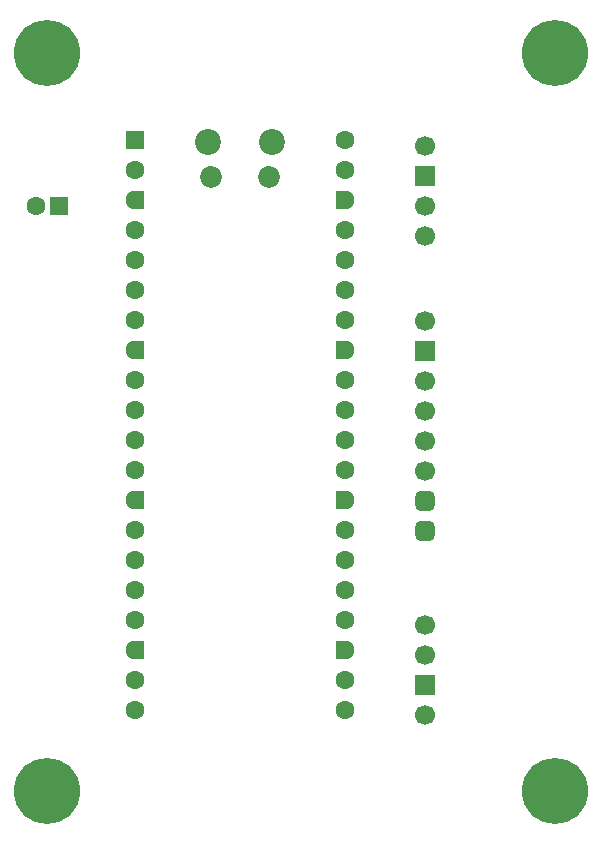
<source format=gbr>
%TF.GenerationSoftware,KiCad,Pcbnew,9.0.1*%
%TF.CreationDate,2025-08-21T16:33:30-04:00*%
%TF.ProjectId,SensorBox,53656e73-6f72-4426-9f78-2e6b69636164,rev?*%
%TF.SameCoordinates,Original*%
%TF.FileFunction,Soldermask,Bot*%
%TF.FilePolarity,Negative*%
%FSLAX46Y46*%
G04 Gerber Fmt 4.6, Leading zero omitted, Abs format (unit mm)*
G04 Created by KiCad (PCBNEW 9.0.1) date 2025-08-21 16:33:30*
%MOMM*%
%LPD*%
G01*
G04 APERTURE LIST*
G04 Aperture macros list*
%AMRoundRect*
0 Rectangle with rounded corners*
0 $1 Rounding radius*
0 $2 $3 $4 $5 $6 $7 $8 $9 X,Y pos of 4 corners*
0 Add a 4 corners polygon primitive as box body*
4,1,4,$2,$3,$4,$5,$6,$7,$8,$9,$2,$3,0*
0 Add four circle primitives for the rounded corners*
1,1,$1+$1,$2,$3*
1,1,$1+$1,$4,$5*
1,1,$1+$1,$6,$7*
1,1,$1+$1,$8,$9*
0 Add four rect primitives between the rounded corners*
20,1,$1+$1,$2,$3,$4,$5,0*
20,1,$1+$1,$4,$5,$6,$7,0*
20,1,$1+$1,$6,$7,$8,$9,0*
20,1,$1+$1,$8,$9,$2,$3,0*%
%AMFreePoly0*
4,1,37,0.603843,0.796157,0.639018,0.796157,0.711114,0.766294,0.766294,0.711114,0.796157,0.639018,0.796157,0.603843,0.800000,0.600000,0.800000,-0.600000,0.796157,-0.603843,0.796157,-0.639018,0.766294,-0.711114,0.711114,-0.766294,0.639018,-0.796157,0.603843,-0.796157,0.600000,-0.800000,0.000000,-0.800000,0.000000,-0.796148,-0.078414,-0.796148,-0.232228,-0.765552,-0.377117,-0.705537,
-0.507515,-0.618408,-0.618408,-0.507515,-0.705537,-0.377117,-0.765552,-0.232228,-0.796148,-0.078414,-0.796148,0.078414,-0.765552,0.232228,-0.705537,0.377117,-0.618408,0.507515,-0.507515,0.618408,-0.377117,0.705537,-0.232228,0.765552,-0.078414,0.796148,0.000000,0.796148,0.000000,0.800000,0.600000,0.800000,0.603843,0.796157,0.603843,0.796157,$1*%
%AMFreePoly1*
4,1,37,0.000000,0.796148,0.078414,0.796148,0.232228,0.765552,0.377117,0.705537,0.507515,0.618408,0.618408,0.507515,0.705537,0.377117,0.765552,0.232228,0.796148,0.078414,0.796148,-0.078414,0.765552,-0.232228,0.705537,-0.377117,0.618408,-0.507515,0.507515,-0.618408,0.377117,-0.705537,0.232228,-0.765552,0.078414,-0.796148,0.000000,-0.796148,0.000000,-0.800000,-0.600000,-0.800000,
-0.603843,-0.796157,-0.639018,-0.796157,-0.711114,-0.766294,-0.766294,-0.711114,-0.796157,-0.639018,-0.796157,-0.603843,-0.800000,-0.600000,-0.800000,0.600000,-0.796157,0.603843,-0.796157,0.639018,-0.766294,0.711114,-0.711114,0.766294,-0.639018,0.796157,-0.603843,0.796157,-0.600000,0.800000,0.000000,0.800000,0.000000,0.796148,0.000000,0.796148,$1*%
G04 Aperture macros list end*
%ADD10C,1.600000*%
%ADD11R,1.600000X1.600000*%
%ADD12C,3.600000*%
%ADD13C,5.600000*%
%ADD14C,2.200000*%
%ADD15C,1.850000*%
%ADD16RoundRect,0.200000X-0.600000X-0.600000X0.600000X-0.600000X0.600000X0.600000X-0.600000X0.600000X0*%
%ADD17FreePoly0,0.000000*%
%ADD18FreePoly1,0.000000*%
%ADD19C,1.700000*%
%ADD20R,1.700000X1.700000*%
%ADD21RoundRect,0.500000X-0.350000X-0.350000X0.350000X-0.350000X0.350000X0.350000X-0.350000X0.350000X0*%
G04 APERTURE END LIST*
D10*
%TO.C,C1*%
X97000000Y-74000000D03*
D11*
X99000000Y-74000000D03*
%TD*%
D12*
%TO.C,H4*%
X98000000Y-123500000D03*
D13*
X98000000Y-123500000D03*
%TD*%
D12*
%TO.C,H3*%
X98000000Y-61000000D03*
D13*
X98000000Y-61000000D03*
%TD*%
D12*
%TO.C,H2*%
X141000000Y-123500000D03*
D13*
X141000000Y-123500000D03*
%TD*%
D12*
%TO.C,H1*%
X141000000Y-61000000D03*
D13*
X141000000Y-61000000D03*
%TD*%
D14*
%TO.C,A1*%
X111585000Y-68530000D03*
D15*
X111885000Y-71560000D03*
X116735000Y-71560000D03*
D14*
X117035000Y-68530000D03*
D16*
X105420000Y-68400000D03*
D10*
X105420000Y-70940000D03*
D17*
X105420000Y-73480000D03*
D10*
X105420000Y-76020000D03*
X105420000Y-78560000D03*
X105420000Y-81100000D03*
X105420000Y-83640000D03*
D17*
X105420000Y-86180000D03*
D10*
X105420000Y-88720000D03*
X105420000Y-91260000D03*
X105420000Y-93800000D03*
X105420000Y-96340000D03*
D17*
X105420000Y-98880000D03*
D10*
X105420000Y-101420000D03*
X105420000Y-103960000D03*
X105420000Y-106500000D03*
X105420000Y-109040000D03*
D17*
X105420000Y-111580000D03*
D10*
X105420000Y-114120000D03*
X105420000Y-116660000D03*
X123200000Y-116660000D03*
X123200000Y-114120000D03*
D18*
X123200000Y-111580000D03*
D10*
X123200000Y-109040000D03*
X123200000Y-106500000D03*
X123200000Y-103960000D03*
X123200000Y-101420000D03*
D18*
X123200000Y-98880000D03*
D10*
X123200000Y-96340000D03*
X123200000Y-93800000D03*
X123200000Y-91260000D03*
X123200000Y-88720000D03*
D18*
X123200000Y-86180000D03*
D10*
X123200000Y-83640000D03*
X123200000Y-81100000D03*
X123200000Y-78560000D03*
X123200000Y-76020000D03*
D18*
X123200000Y-73480000D03*
D10*
X123200000Y-70940000D03*
X123200000Y-68400000D03*
%TD*%
D19*
%TO.C,J2*%
X130000000Y-68880000D03*
D20*
X130000000Y-71420000D03*
D19*
X130000000Y-73960000D03*
X130000000Y-76500000D03*
%TD*%
%TO.C,J3*%
X130000000Y-83760000D03*
D20*
X130000000Y-86300000D03*
D19*
X130000000Y-88840000D03*
X130000000Y-91380000D03*
X130000000Y-93920000D03*
X130000000Y-96460000D03*
D21*
X130000000Y-99000000D03*
X130000000Y-101540000D03*
%TD*%
D19*
%TO.C,J1*%
X130000000Y-109460000D03*
X130000000Y-112000000D03*
D20*
X130000000Y-114540000D03*
D19*
X130000000Y-117080000D03*
%TD*%
M02*

</source>
